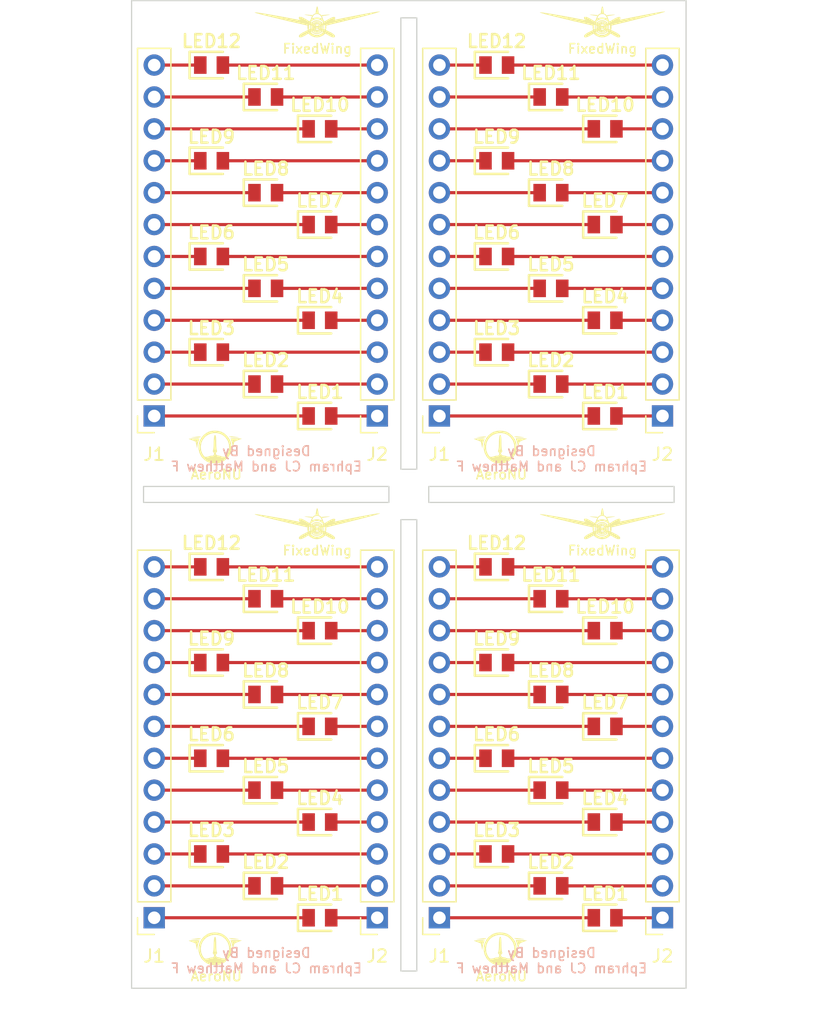
<source format=kicad_pcb>
(kicad_pcb (version 20221018) (generator pcbnew)
  (layers (0 "F.Cu" signal) (31 "B.Cu" signal) (34 "B.Paste" user) (35 "F.Paste" user) (36 "B.SilkS" user "B.Silkscreen") (37 "F.SilkS" user "F.Silkscreen") (38 "B.Mask" user) (39 "F.Mask" user) (44 "Edge.Cuts" user))
  (net 0 "")
  (net 1 "Net-(J1-Pin_1)")
  (net 2 "Net-(J1-Pin_2)")
  (net 3 "Net-(J1-Pin_3)")
  (net 4 "Net-(J1-Pin_4)")
  (net 5 "Net-(J1-Pin_5)")
  (net 6 "Net-(J1-Pin_6)")
  (net 7 "Net-(J1-Pin_7)")
  (net 8 "Net-(J1-Pin_8)")
  (net 9 "Net-(J1-Pin_9)")
  (net 10 "Net-(J1-Pin_10)")
  (net 11 "Net-(J1-Pin_11)")
  (net 12 "Net-(J1-Pin_12)")
  (net 13 "Net-(J2-Pin_1)")
  (net 14 "Net-(J2-Pin_2)")
  (net 15 "Net-(J2-Pin_3)")
  (net 16 "Net-(J2-Pin_4)")
  (net 17 "Net-(J2-Pin_5)")
  (net 18 "Net-(J2-Pin_6)")
  (net 19 "Net-(J2-Pin_7)")
  (net 20 "Net-(J2-Pin_8)")
  (net 21 "Net-(J2-Pin_9)")
  (net 22 "Net-(J2-Pin_10)")
  (net 23 "Net-(J2-Pin_11)")
  (net 24 "Net-(J2-Pin_12)")
  (footprint "FixedWing:LEDC2012X120N" (layer "F.Cu") (at 161.29 78.74)
    (fp_text reference "LED11" (at 0 -1.905) (layer "F.SilkS") (effects (font (size 1.016 1.016) (thickness 0.2032) bold)))
    (fp_text value "LTST-C170KRKT" hide)
    (pad "1" smd rect (at -0.9 0) (size 1 1.4) (layers "F.Cu" "F.Paste" "F.Mask") (net 11 "Net-(J1-Pin_11)"))
    (pad "2" smd rect (at 0.9 0) (size 1 1.4) (layers "F.Cu" "F.Paste" "F.Mask") (net 23 "Net-(J2-Pin_11)"))
  )
  (footprint "FixedWing:LEDC2012X120N" (layer "F.Cu") (at 184.023 93.98)
    (fp_text reference "LED5" (at 0 -1.905) (layer "F.SilkS") (effects (font (size 1.016 1.016) (thickness 0.2032) bold)))
    (fp_text value "LTST-C170KRKT" hide)
    (pad "1" smd rect (at -0.9 0) (size 1 1.4) (layers "F.Cu" "F.Paste" "F.Mask") (net 5 "Net-(J1-Pin_5)"))
    (pad "2" smd rect (at 0.9 0) (size 1 1.4) (layers "F.Cu" "F.Paste" "F.Mask") (net 17 "Net-(J2-Pin_5)"))
  )
  (footprint "FixedWing:LEDC2012X120N" (layer "F.Cu") (at 156.972 83.82)
    (fp_text reference "LED9" (at -0.011 -1.905) (layer "F.SilkS") (effects (font (size 1.016 1.016) (thickness 0.2032) bold)))
    (fp_text value "LTST-C170KRKT" hide)
    (pad "1" smd rect (at -0.9 0) (size 1 1.4) (layers "F.Cu" "F.Paste" "F.Mask") (net 9 "Net-(J1-Pin_9)"))
    (pad "2" smd rect (at 0.9 0) (size 1 1.4) (layers "F.Cu" "F.Paste" "F.Mask") (net 21 "Net-(J2-Pin_9)"))
  )
  (footprint "FixedWing:LEDC2012X120N" (layer "F.Cu") (at 179.705 91.44)
    (fp_text reference "LED6" (at -0.011 -1.905) (layer "F.SilkS") (effects (font (size 1.016 1.016) (thickness 0.2032) bold)))
    (fp_text value "LTST-C170KRKT" hide)
    (pad "1" smd rect (at -0.9 0) (size 1 1.4) (layers "F.Cu" "F.Paste" "F.Mask") (net 6 "Net-(J1-Pin_6)"))
    (pad "2" smd rect (at 0.9 0) (size 1 1.4) (layers "F.Cu" "F.Paste" "F.Mask") (net 18 "Net-(J2-Pin_6)"))
  )
  (footprint "Connector_PinSocket_2.54mm:PinSocket_1x12_P2.54mm_Vertical" (layer "F.Cu") (at 152.4 144.0942 180)
    (fp_text reference "J1" (at 0 -3.048) (layer "F.SilkS"))
    (fp_text value "Conn_01x12")
    (pad "1" thru_hole rect (at 0 0 180) (size 1.7 1.7) (drill 1) (layers "*.Cu" "*.Mask") (net 1 "Net-(J1-Pin_1)"))
    (pad "2" thru_hole oval (at 0 2.54 180) (size 1.7 1.7) (drill 1) (layers "*.Cu" "*.Mask") (net 2 "Net-(J1-Pin_2)"))
    (pad "3" thru_hole oval (at 0 5.08 180) (size 1.7 1.7) (drill 1) (layers "*.Cu" "*.Mask") (net 3 "Net-(J1-Pin_3)"))
    (pad "4" thru_hole oval (at 0 7.62 180) (size 1.7 1.7) (drill 1) (layers "*.Cu" "*.Mask") (net 4 "Net-(J1-Pin_4)"))
    (pad "5" thru_hole oval (at 0 10.16 180) (size 1.7 1.7) (drill 1) (layers "*.Cu" "*.Mask") (net 5 "Net-(J1-Pin_5)"))
    (pad "6" thru_hole oval (at 0 12.7 180) (size 1.7 1.7) (drill 1) (layers "*.Cu" "*.Mask") (net 6 "Net-(J1-Pin_6)"))
    (pad "7" thru_hole oval (at 0 15.24 180) (size 1.7 1.7) (drill 1) (layers "*.Cu" "*.Mask") (net 7 "Net-(J1-Pin_7)"))
    (pad "8" thru_hole oval (at 0 17.78 180) (size 1.7 1.7) (drill 1) (layers "*.Cu" "*.Mask") (net 8 "Net-(J1-Pin_8)"))
    (pad "9" thru_hole oval (at 0 20.32 180) (size 1.7 1.7) (drill 1) (layers "*.Cu" "*.Mask") (net 9 "Net-(J1-Pin_9)"))
    (pad "10" thru_hole oval (at 0 22.86 180) (size 1.7 1.7) (drill 1) (layers "*.Cu" "*.Mask") (net 10 "Net-(J1-Pin_10)"))
    (pad "11" thru_hole oval (at 0 25.4 180) (size 1.7 1.7) (drill 1) (layers "*.Cu" "*.Mask") (net 11 "Net-(J1-Pin_11)"))
    (pad "12" thru_hole oval (at 0 27.94 180) (size 1.7 1.7) (drill 1) (layers "*.Cu" "*.Mask") (net 12 "Net-(J1-Pin_12)"))
  )
  (footprint "FixedWing:LEDC2012X120N" (layer "F.Cu") (at 161.29 133.9342)
    (fp_text reference "LED5" (at 0 -1.905) (layer "F.SilkS") (effects (font (size 1.016 1.016) (thickness 0.2032) bold)))
    (fp_text value "LTST-C170KRKT" hide)
    (pad "1" smd rect (at -0.9 0) (size 1 1.4) (layers "F.Cu" "F.Paste" "F.Mask") (net 5 "Net-(J1-Pin_5)"))
    (pad "2" smd rect (at 0.9 0) (size 1 1.4) (layers "F.Cu" "F.Paste" "F.Mask") (net 17 "Net-(J2-Pin_5)"))
  )
  (footprint "FixedWing:LEDC2012X120N" (layer "F.Cu") (at 184.023 133.9342)
    (fp_text reference "LED5" (at 0 -1.905) (layer "F.SilkS") (effects (font (size 1.016 1.016) (thickness 0.2032) bold)))
    (fp_text value "LTST-C170KRKT" hide)
    (pad "1" smd rect (at -0.9 0) (size 1 1.4) (layers "F.Cu" "F.Paste" "F.Mask") (net 5 "Net-(J1-Pin_5)"))
    (pad "2" smd rect (at 0.9 0) (size 1 1.4) (layers "F.Cu" "F.Paste" "F.Mask") (net 17 "Net-(J2-Pin_5)"))
  )
  (footprint "FixedWing:AeroNU - Logo (Smol)" (layer "F.Cu") (at 157.380649 149.331588)
    (fp_text reference "AeroNU" hide)
    (fp_text value "LOGO" hide)
  )
  (footprint "FixedWing:LEDC2012X120N" (layer "F.Cu") (at 188.341 136.4742)
    (fp_text reference "LED4" (at 0 -1.905) (layer "F.SilkS") (effects (font (size 1.016 1.016) (thickness 0.2032) bold)))
    (fp_text value "LTST-C170KRKT" hide)
    (pad "1" smd rect (at -0.9 0) (size 1 1.4) (layers "F.Cu" "F.Paste" "F.Mask") (net 4 "Net-(J1-Pin_4)"))
    (pad "2" smd rect (at 0.9 0) (size 1 1.4) (layers "F.Cu" "F.Paste" "F.Mask") (net 16 "Net-(J2-Pin_4)"))
  )
  (footprint "FixedWing:LEDC2012X120N" (layer "F.Cu") (at 161.29 141.5542)
    (fp_text reference "LED2" (at 0 -1.905) (layer "F.SilkS") (effects (font (size 1.016 1.016) (thickness 0.2032) bold)))
    (fp_text value "LTST-C170KRKT" hide)
    (pad "1" smd rect (at -0.9 0) (size 1 1.4) (layers "F.Cu" "F.Paste" "F.Mask") (net 2 "Net-(J1-Pin_2)"))
    (pad "2" smd rect (at 0.9 0) (size 1 1.4) (layers "F.Cu" "F.Paste" "F.Mask") (net 14 "Net-(J2-Pin_2)"))
  )
  (footprint "FixedWing:LEDC2012X120N" (layer "F.Cu") (at 165.608 88.9)
    (fp_text reference "LED7" (at 0 -1.905) (layer "F.SilkS") (effects (font (size 1.016 1.016) (thickness 0.2032) bold)))
    (fp_text value "LTST-C170KRKT" hide)
    (pad "1" smd rect (at -0.9 0) (size 1 1.4) (layers "F.Cu" "F.Paste" "F.Mask") (net 7 "Net-(J1-Pin_7)"))
    (pad "2" smd rect (at 0.9 0) (size 1 1.4) (layers "F.Cu" "F.Paste" "F.Mask") (net 19 "Net-(J2-Pin_7)"))
  )
  (footprint "FixedWing:LEDC2012X120N" (layer "F.Cu") (at 165.608 121.2342)
    (fp_text reference "LED10" (at 0 -1.905) (layer "F.SilkS") (effects (font (size 1.016 1.016) (thickness 0.2032) bold)))
    (fp_text value "LTST-C170KRKT" hide)
    (pad "1" smd rect (at -0.9 0) (size 1 1.4) (layers "F.Cu" "F.Paste" "F.Mask") (net 10 "Net-(J1-Pin_10)"))
    (pad "2" smd rect (at 0.9 0) (size 1 1.4) (layers "F.Cu" "F.Paste" "F.Mask") (net 22 "Net-(J2-Pin_10)"))
  )
  (footprint "FixedWing:LEDC2012X120N" (layer "F.Cu") (at 188.341 81.28)
    (fp_text reference "LED10" (at 0 -1.905) (layer "F.SilkS") (effects (font (size 1.016 1.016) (thickness 0.2032) bold)))
    (fp_text value "LTST-C170KRKT" hide)
    (pad "1" smd rect (at -0.9 0) (size 1 1.4) (layers "F.Cu" "F.Paste" "F.Mask") (net 10 "Net-(J1-Pin_10)"))
    (pad "2" smd rect (at 0.9 0) (size 1 1.4) (layers "F.Cu" "F.Paste" "F.Mask") (net 22 "Net-(J2-Pin_10)"))
  )
  (footprint "FixedWing:FixedWing - Logo (Smol)" (layer "F.Cu") (at 165.3921 73.1774)
    (fp_text reference "FixedWing" (at 0.004963 1.722249) (layer "F.SilkS") (effects (font (size 0.75 0.75) (thickness 0.125))))
    (fp_text value "LOGO" hide)
  )
  (footprint "FixedWing:AeroNU - Logo (Smol)" (layer "F.Cu") (at 157.380649 109.377388)
    (fp_text reference "AeroNU" hide)
    (fp_text value "LOGO" hide)
  )
  (footprint "Connector_PinSocket_2.54mm:PinSocket_1x12_P2.54mm_Vertical" (layer "F.Cu") (at 192.913 104.14 180)
    (fp_text reference "J2" (at 0 -3.048) (layer "F.SilkS"))
    (fp_text value "Conn_01x12")
    (pad "1" thru_hole rect (at 0 0 180) (size 1.7 1.7) (drill 1) (layers "*.Cu" "*.Mask") (net 13 "Net-(J2-Pin_1)"))
    (pad "2" thru_hole oval (at 0 2.54 180) (size 1.7 1.7) (drill 1) (layers "*.Cu" "*.Mask") (net 14 "Net-(J2-Pin_2)"))
    (pad "3" thru_hole oval (at 0 5.08 180) (size 1.7 1.7) (drill 1) (layers "*.Cu" "*.Mask") (net 15 "Net-(J2-Pin_3)"))
    (pad "4" thru_hole oval (at 0 7.62 180) (size 1.7 1.7) (drill 1) (layers "*.Cu" "*.Mask") (net 16 "Net-(J2-Pin_4)"))
    (pad "5" thru_hole oval (at 0 10.16 180) (size 1.7 1.7) (drill 1) (layers "*.Cu" "*.Mask") (net 17 "Net-(J2-Pin_5)"))
    (pad "6" thru_hole oval (at 0 12.7 180) (size 1.7 1.7) (drill 1) (layers "*.Cu" "*.Mask") (net 18 "Net-(J2-Pin_6)"))
    (pad "7" thru_hole oval (at 0 15.24 180) (size 1.7 1.7) (drill 1) (layers "*.Cu" "*.Mask") (net 19 "Net-(J2-Pin_7)"))
    (pad "8" thru_hole oval (at 0 17.78 180) (size 1.7 1.7) (drill 1) (layers "*.Cu" "*.Mask") (net 20 "Net-(J2-Pin_8)"))
    (pad "9" thru_hole oval (at 0 20.32 180) (size 1.7 1.7) (drill 1) (layers "*.Cu" "*.Mask") (net 21 "Net-(J2-Pin_9)"))
    (pad "10" thru_hole oval (at 0 22.86 180) (size 1.7 1.7) (drill 1) (layers "*.Cu" "*.Mask") (net 22 "Net-(J2-Pin_10)"))
    (pad "11" thru_hole oval (at 0 25.4 180) (size 1.7 1.7) (drill 1) (layers "*.Cu" "*.Mask") (net 23 "Net-(J2-Pin_11)"))
    (pad "12" thru_hole oval (at 0 27.94 180) (size 1.7 1.7) (drill 1) (layers "*.Cu" "*.Mask") (net 24 "Net-(J2-Pin_12)"))
  )
  (footprint "FixedWing:LEDC2012X120N" (layer "F.Cu") (at 156.972 76.2)
    (fp_text reference "LED12" (at -0.011 -1.905) (layer "F.SilkS") (effects (font (size 1.016 1.016) (thickness 0.2032) bold)))
    (fp_text value "LTST-C170KRKT" hide)
    (pad "1" smd rect (at -0.9 0) (size 1 1.4) (layers "F.Cu" "F.Paste" "F.Mask") (net 12 "Net-(J1-Pin_12)"))
    (pad "2" smd rect (at 0.9 0) (size 1 1.4) (layers "F.Cu" "F.Paste" "F.Mask") (net 24 "Net-(J2-Pin_12)"))
  )
  (footprint "FixedWing:LEDC2012X120N" (layer "F.Cu") (at 165.608 104.14)
    (fp_text reference "LED1" (at 0 -1.905) (layer "F.SilkS") (effects (font (size 1.016 1.016) (thickness 0.2032) bold)))
    (fp_text value "LTST-C170KRKT" hide)
    (pad "1" smd rect (at -0.9 0) (size 1 1.4) (layers "F.Cu" "F.Paste" "F.Mask") (net 1 "Net-(J1-Pin_1)"))
    (pad "2" smd rect (at 0.9 0) (size 1 1.4) (layers "F.Cu" "F.Paste" "F.Mask") (net 13 "Net-(J2-Pin_1)"))
  )
  (footprint "FixedWing:LEDC2012X120N" (layer "F.Cu") (at 179.705 139.0142)
    (fp_text reference "LED3" (at -0.011 -1.905) (layer "F.SilkS") (effects (font (size 1.016 1.016) (thickness 0.2032) bold)))
    (fp_text value "LTST-C170KRKT" hide)
    (pad "1" smd rect (at -0.9 0) (size 1 1.4) (layers "F.Cu" "F.Paste" "F.Mask") (net 3 "Net-(J1-Pin_3)"))
    (pad "2" smd rect (at 0.9 0) (size 1 1.4) (layers "F.Cu" "F.Paste" "F.Mask") (net 15 "Net-(J2-Pin_3)"))
  )
  (footprint "FixedWing:LEDC2012X120N" (layer "F.Cu") (at 179.705 99.06)
    (fp_text reference "LED3" (at -0.011 -1.905) (layer "F.SilkS") (effects (font (size 1.016 1.016) (thickness 0.2032) bold)))
    (fp_text value "LTST-C170KRKT" hide)
    (pad "1" smd rect (at -0.9 0) (size 1 1.4) (layers "F.Cu" "F.Paste" "F.Mask") (net 3 "Net-(J1-Pin_3)"))
    (pad "2" smd rect (at 0.9 0) (size 1 1.4) (layers "F.Cu" "F.Paste" "F.Mask") (net 15 "Net-(J2-Pin_3)"))
  )
  (footprint "FixedWing:LEDC2012X120N" (layer "F.Cu") (at 184.023 126.3142)
    (fp_text reference "LED8" (at 0 -1.905) (layer "F.SilkS") (effects (font (size 1.016 1.016) (thickness 0.2032) bold)))
    (fp_text value "LTST-C170KRKT" hide)
    (pad "1" smd rect (at -0.9 0) (size 1 1.4) (layers "F.Cu" "F.Paste" "F.Mask") (net 8 "Net-(J1-Pin_8)"))
    (pad "2" smd rect (at 0.9 0) (size 1 1.4) (layers "F.Cu" "F.Paste" "F.Mask") (net 20 "Net-(J2-Pin_8)"))
  )
  (footprint "FixedWing:LEDC2012X120N" (layer "F.Cu") (at 179.705 131.3942)
    (fp_text reference "LED6" (at -0.011 -1.905) (layer "F.SilkS") (effects (font (size 1.016 1.016) (thickness 0.2032) bold)))
    (fp_text value "LTST-C170KRKT" hide)
    (pad "1" smd rect (at -0.9 0) (size 1 1.4) (layers "F.Cu" "F.Paste" "F.Mask") (net 6 "Net-(J1-Pin_6)"))
    (pad "2" smd rect (at 0.9 0) (size 1 1.4) (layers "F.Cu" "F.Paste" "F.Mask") (net 18 "Net-(J2-Pin_6)"))
  )
  (footprint "FixedWing:LEDC2012X120N" (layer "F.Cu") (at 179.705 123.7742)
    (fp_text reference "LED9" (at -0.011 -1.905) (layer "F.SilkS") (effects (font (size 1.016 1.016) (thickness 0.2032) bold)))
    (fp_text value "LTST-C170KRKT" hide)
    (pad "1" smd rect (at -0.9 0) (size 1 1.4) (layers "F.Cu" "F.Paste" "F.Mask") (net 9 "Net-(J1-Pin_9)"))
    (pad "2" smd rect (at 0.9 0) (size 1 1.4) (layers "F.Cu" "F.Paste" "F.Mask") (net 21 "Net-(J2-Pin_9)"))
  )
  (footprint "FixedWing:LEDC2012X120N" (layer "F.Cu") (at 165.608 144.0942)
    (fp_text reference "LED1" (at 0 -1.905) (layer "F.SilkS") (effects (font (size 1.016 1.016) (thickness 0.2032) bold)))
    (fp_text value "LTST-C170KRKT" hide)
    (pad "1" smd rect (at -0.9 0) (size 1 1.4) (layers "F.Cu" "F.Paste" "F.Mask") (net 1 "Net-(J1-Pin_1)"))
    (pad "2" smd rect (at 0.9 0) (size 1 1.4) (layers "F.Cu" "F.Paste" "F.Mask") (net 13 "Net-(J2-Pin_1)"))
  )
  (footprint "FixedWing:LEDC2012X120N" (layer "F.Cu") (at 188.341 144.0942)
    (fp_text reference "LED1" (at 0 -1.905) (layer "F.SilkS") (effects (font (size 1.016 1.016) (thickness 0.2032) bold)))
    (fp_text value "LTST-C170KRKT" hide)
    (pad "1" smd rect (at -0.9 0) (size 1 1.4) (layers "F.Cu" "F.Paste" "F.Mask") (net 1 "Net-(J1-Pin_1)"))
    (pad "2" smd rect (at 0.9 0) (size 1 1.4) (layers "F.Cu" "F.Paste" "F.Mask") (net 13 "Net-(J2-Pin_1)"))
  )
  (footprint "FixedWing:LEDC2012X120N" (layer "F.Cu") (at 184.023 86.36)
    (fp_text reference "LED8" (at 0 -1.905) (layer "F.SilkS") (effects (font (size 1.016 1.016) (thickness 0.2032) bold)))
    (fp_text value "LTST-C170KRKT" hide)
    (pad "1" smd rect (at -0.9 0) (size 1 1.4) (layers "F.Cu" "F.Paste" "F.Mask") (net 8 "Net-(J1-Pin_8)"))
    (pad "2" smd rect (at 0.9 0) (size 1 1.4) (layers "F.Cu" "F.Paste" "F.Mask") (net 20 "Net-(J2-Pin_8)"))
  )
  (footprint "FixedWing:LEDC2012X120N" (layer "F.Cu") (at 188.341 96.52)
    (fp_text reference "LED4" (at 0 -1.905) (layer "F.SilkS") (effects (font (size 1.016 1.016) (thickness 0.2032) bold)))
    (fp_text value "LTST-C170KRKT" hide)
    (pad "1" smd rect (at -0.9 0) (size 1 1.4) (layers "F.Cu" "F.Paste" "F.Mask") (net 4 "Net-(J1-Pin_4)"))
    (pad "2" smd rect (at 0.9 0) (size 1 1.4) (layers "F.Cu" "F.Paste" "F.Mask") (net 16 "Net-(J2-Pin_4)"))
  )
  (footprint "FixedWing:LEDC2012X120N" (layer "F.Cu") (at 156.972 123.7742)
    (fp_text reference "LED9" (at -0.011 -1.905) (layer "F.SilkS") (effects (font (size 1.016 1.016) (thickness 0.2032) bold)))
    (fp_text value "LTST-C170KRKT" hide)
    (pad "1" smd rect (at -0.9 0) (size 1 1.4) (layers "F.Cu" "F.Paste" "F.Mask") (net 9 "Net-(J1-Pin_9)"))
    (pad "2" smd rect (at 0.9 0) (size 1 1.4) (layers "F.Cu" "F.Paste" "F.Mask") (net 21 "Net-(J2-Pin_9)"))
  )
  (footprint "FixedWing:LEDC2012X120N" (layer "F.Cu") (at 165.608 128.8542)
    (fp_text reference "LED7" (at 0 -1.905) (layer "F.SilkS") (effects (font (size 1.016 1.016) (thickness 0.2032) bold)))
    (fp_text value "LTST-C170KRKT" hide)
    (pad "1" smd rect (at -0.9 0) (size 1 1.4) (layers "F.Cu" "F.Paste" "F.Mask") (net 7 "Net-(J1-Pin_7)"))
    (pad "2" smd rect (at 0.9 0) (size 1 1.4) (layers "F.Cu" "F.Paste" "F.Mask") (net 19 "Net-(J2-Pin_7)"))
  )
  (footprint "FixedWing:AeroNU - Logo (Smol)" (layer "F.Cu") (at 180.113649 149.331588)
    (fp_text reference "AeroNU" hide)
    (fp_text value "LOGO" hide)
  )
  (footprint "FixedWing:LEDC2012X120N" (layer "F.Cu") (at 184.023 101.6)
    (fp_text reference "LED2" (at 0 -1.905) (layer "F.SilkS") (effects (font (size 1.016 1.016) (thickness 0.2032) bold)))
    (fp_text value "LTST-C170KRKT" hide)
    (pad "1" smd rect (at -0.9 0) (size 1 1.4) (layers "F.Cu" "F.Paste" "F.Mask") (net 2 "Net-(J1-Pin_2)"))
    (pad "2" smd rect (at 0.9 0) (size 1 1.4) (layers "F.Cu" "F.Paste" "F.Mask") (net 14 "Net-(J2-Pin_2)"))
  )
  (footprint "FixedWing:LEDC2012X120N" (layer "F.Cu") (at 179.705 83.82)
    (fp_text reference "LED9" (at -0.011 -1.905) (layer "F.SilkS") (effects (font (size 1.016 1.016) (thickness 0.2032) bold)))
    (fp_text value "LTST-C170KRKT" hide)
    (pad "1" smd rect (at -0.9 0) (size 1 1.4) (layers "F.Cu" "F.Paste" "F.Mask") (net 9 "Net-(J1-Pin_9)"))
    (pad "2" smd rect (at 0.9 0) (size 1 1.4) (layers "F.Cu" "F.Paste" "F.Mask") (net 21 "Net-(J2-Pin_9)"))
  )
  (footprint "FixedWing:LEDC2012X120N" (layer "F.Cu") (at 161.29 118.6942)
    (fp_text reference "LED11" (at 0 -1.905) (layer "F.SilkS") (effects (font (size 1.016 1.016) (thickness 0.2032) bold)))
    (fp_text value "LTST-C170KRKT" hide)
    (pad "1" smd rect (at -0.9 0) (size 1 1.4) (layers "F.Cu" "F.Paste" "F.Mask") (net 11 "Net-(J1-Pin_11)"))
    (pad "2" smd rect (at 0.9 0) (size 1 1.4) (layers "F.Cu" "F.Paste" "F.Mask") (net 23 "Net-(J2-Pin_11)"))
  )
  (footprint "Connector_PinSocket_2.54mm:PinSocket_1x12_P2.54mm_Vertical" (layer "F.Cu") (at 175.133 104.14 180)
    (fp_text reference "J1" (at 0 -3.048) (layer "F.SilkS"))
    (fp_text value "Conn_01x12")
    (pad "1" thru_hole rect (at 0 0 180) (size 1.7 1.7) (drill 1) (layers "*.Cu" "*.Mask") (net 1 "Net-(J1-Pin_1)"))
    (pad "2" thru_hole oval (at 0 2.54 180) (size 1.7 1.7) (drill 1) (layers "*.Cu" "*.Mask") (net 2 "Net-(J1-Pin_2)"))
    (pad "3" thru_hole oval (at 0 5.08 180) (size 1.7 1.7) (drill 1) (layers "*.Cu" "*.Mask") (net 3 "Net-(J1-Pin_3)"))
    (pad "4" thru_hole oval (at 0 7.62 180) (size 1.7 1.7) (drill 1) (layers "*.Cu" "*.Mask") (net 4 "Net-(J1-Pin_4)"))
    (pad "5" thru_hole oval (at 0 10.16 180) (size 1.7 1.7) (drill 1) (layers "*.Cu" "*.Mask") (net 5 "Net-(J1-Pin_5)"))
    (pad "6" thru_hole oval (at 0 12.7 180) (size 1.7 1.7) (drill 1) (layers "*.Cu" "*.Mask") (net 6 "Net-(J1-Pin_6)"))
    (pad "7" thru_hole oval (at 0 15.24 180) (size 1.7 1.7) (drill 1) (layers "*.Cu" "*.Mask") (net 7 "Net-(J1-Pin_7)"))
    (pad "8" thru_hole oval (at 0 17.78 180) (size 1.7 1.7) (drill 1) (layers "*.Cu" "*.Mask") (net 8 "Net-(J1-Pin_8)"))
    (pad "9" thru_hole oval (at 0 20.32 180) (size 1.7 1.7) (drill 1) (layers "*.Cu" "*.Mask") (net 9 "Net-(J1-Pin_9)"))
    (pad "10" thru_hole oval (at 0 22.86 180) (size 1.7 1.7) (drill 1) (layers "*.Cu" "*.Mask") (net 10 "Net-(J1-Pin_10)"))
    (pad "11" thru_hole oval (at 0 25.4 180) (size 1.7 1.7) (drill 1) (layers "*.Cu" "*.Mask") (net 11 "Net-(J1-Pin_11)"))
    (pad "12" thru_hole oval (at 0 27.94 180) (size 1.7 1.7) (drill 1) (layers "*.Cu" "*.Mask") (net 12 "Net-(J1-Pin_12)"))
  )
  (footprint "FixedWing:LEDC2012X120N" (layer "F.Cu") (at 161.29 86.36)
    (fp_text reference "LED8" (at 0 -1.905) (layer "F.SilkS") (effects (font (size 1.016 1.016) (thickness 0.2032) bold)))
    (fp_text value "LTST-C170KRKT" hide)
    (pad "1" smd rect (at -0.9 0) (size 1 1.4) (layers "F.Cu" "F.Paste" "F.Mask") (net 8 "Net-(J1-Pin_8)"))
    (pad "2" smd rect (at 0.9 0) (size 1 1.4) (layers "F.Cu" "F.Paste" "F.Mask") (net 20 "Net-(J2-Pin_8)"))
  )
  (footprint "FixedWing:FixedWing - Logo (Smol)" (layer "F.Cu") (at 188.1251 73.1774)
    (fp_text reference "FixedWing" (at 0.004963 1.722249) (layer "F.SilkS") (effects (font (size 0.75 0.75) (thickness 0.125))))
    (fp_text value "LOGO" hide)
  )
  (footprint "FixedWing:FixedWing - Logo (Smol)" (layer "F.Cu") (at 165.3921 113.1316)
    (fp_text reference "FixedWing" (at 0.004963 1.722249) (layer "F.SilkS") (effects (font (size 0.75 0.75) (thickness 0.125))))
    (fp_text value "LOGO" hide)
  )
  (footprint "FixedWing:LEDC2012X120N" (layer "F.Cu") (at 156.972 131.3942)
    (fp_text reference "LED6" (at -0.011 -1.905) (layer "F.SilkS") (effects (font (size 1.016 1.016) (thickness 0.2032) bold)))
    (fp_text value "LTST-C170KRKT" hide)
    (pad "1" smd rect (at -0.9 0) (size 1 1.4) (layers "F.Cu" "F.Paste" "F.Mask") (net 6 "Net-(J1-Pin_6)"))
    (pad "2" smd rect (at 0.9 0) (size 1 1.4) (layers "F.Cu" "F.Paste" "F.Mask") (net 18 "Net-(J2-Pin_6)"))
  )
  (footprint "FixedWing:FixedWing - Logo (Smol)" (layer "F.Cu") (at 188.1251 113.1316)
    (fp_text reference "FixedWing" (at 0.004963 1.722249) (layer "F.SilkS") (effects (font (size 0.75 0.75) (thickness 0.125))))
    (fp_text value "LOGO" hide)
  )
  (footprint "FixedWing:LEDC2012X120N" (layer "F.Cu") (at 156.972 116.1542)
    (fp_text reference "LED12" (at -0.011 -1.905) (layer "F.SilkS") (effects (font (size 1.016 1.016) (thickness 0.2032) bold)))
    (fp_text value "LTST-C170KRKT" hide)
    (pad "1" smd rect (at -0.9 0) (size 1 1.4) (layers "F.Cu" "F.Paste" "F.Mask") (net 12 "Net-(J1-Pin_12)"))
    (pad "2" smd rect (at 0.9 0) (size 1 1.4) (layers "F.Cu" "F.Paste" "F.Mask") (net 24 "Net-(J2-Pin_12)"))
  )
  (footprint "FixedWing:LEDC2012X120N" (layer "F.Cu") (at 184.023 141.5542)
    (fp_text reference "LED2" (at 0 -1.905) (layer "F.SilkS") (effects (font (size 1.016 1.016) (thickness 0.2032) bold)))
    (fp_text value "LTST-C170KRKT" hide)
    (pad "1" smd rect (at -0.9 0) (size 1 1.4) (layers "F.Cu" "F.Paste" "F.Mask") (net 2 "Net-(J1-Pin_2)"))
    (pad "2" smd rect (at 0.9 0) (size 1 1.4) (layers "F.Cu" "F.Paste" "F.Mask") (net 14 "Net-(J2-Pin_2)"))
  )
  (footprint "FixedWing:LEDC2012X120N" (layer "F.Cu") (at 179.705 76.2)
    (fp_text reference "LED12" (at -0.011 -1.905) (layer "F.SilkS") (effects (font (size 1.016 1.016) (thickness 0.2032) bold)))
    (fp_text value "LTST-C170KRKT" hide)
    (pad "1" smd rect (at -0.9 0) (size 1 1.4) (layers "F.Cu" "F.Paste" "F.Mask") (net 12 "Net-(J1-Pin_12)"))
    (pad "2" smd rect (at 0.9 0) (size 1 1.4) (layers "F.Cu" "F.Paste" "F.Mask") (net 24 "Net-(J2-Pin_12)"))
  )
  (footprint "FixedWing:LEDC2012X120N" (layer "F.Cu") (at 161.29 93.98)
    (fp_text reference "LED5" (at 0 -1.905) (layer "F.SilkS") (effects (font (size 1.016 1.016) (thickness 0.2032) bold)))
    (fp_text value "LTST-C170KRKT" hide)
    (pad "1" smd rect (at -0.9 0) (size 1 1.4) (layers "F.Cu" "F.Paste" "F.Mask") (net 5 "Net-(J1-Pin_5)"))
    (pad "2" smd rect (at 0.9 0) (size 1 1.4) (layers "F.Cu" "F.Paste" "F.Mask") (net 17 "Net-(J2-Pin_5)"))
  )
  (footprint "FixedWing:LEDC2012X120N" (layer "F.Cu") (at 165.608 81.28)
    (fp_text reference "LED10" (at 0 -1.905) (layer "F.SilkS") (effects (font (size 1.016 1.016) (thickness 0.2032) bold)))
    (fp_text value "LTST-C170KRKT" hide)
    (pad "1" smd rect (at -0.9 0) (size 1 1.4) (layers "F.Cu" "F.Paste" "F.Mask") (net 10 "Net-(J1-Pin_10)"))
    (pad "2" smd rect (at 0.9 0) (size 1 1.4) (layers "F.Cu" "F.Paste" "F.Mask") (net 22 "Net-(J2-Pin_10)"))
  )
  (footprint "FixedWing:LEDC2012X120N" (layer "F.Cu") (at 184.023 118.6942)
    (fp_text reference "LED11" (at 0 -1.905) (layer "F.SilkS") (effects (font (size 1.016 1.016) (thickness 0.2032) bold)))
    (fp_text value "LTST-C170KRKT" hide)
    (pad "1" smd rect (at -0.9 0) (size 1 1.4) (layers "F.Cu" "F.Paste" "F.Mask") (net 11 "Net-(J1-Pin_11)"))
    (pad "2" smd rect (at 0.9 0) (size 1 1.4) (layers "F.Cu" "F.Paste" "F.Mask") (net 23 "Net-(J2-Pin_11)"))
  )
  (footprint "FixedWing:LEDC2012X120N" (layer "F.Cu") (at 179.705 116.1542)
    (fp_text reference "LED12" (at -0.011 -1.905) (layer "F.SilkS") (effects (font (size 1.016 1.016) (thickness 0.2032) bold)))
    (fp_text value "LTST-C170KRKT" hide)
    (pad "1" smd rect (at -0.9 0) (size 1 1.4) (layers "F.Cu" "F.Paste" "F.Mask") (net 12 "Net-(J1-Pin_12)"))
    (pad "2" smd rect (at 0.9 0) (size 1 1.4) (layers "F.Cu" "F.Paste" "F.Mask") (net 24 "Net-(J2-Pin_12)"))
  )
  (footprint "FixedWing:AeroNU - Logo (Smol)" (layer "F.Cu") (at 180.113649 109.377388)
    (fp_text reference "AeroNU" hide)
    (fp_text value "LOGO" hide)
  )
  (footprint "FixedWing:LEDC2012X120N" (layer "F.Cu") (at 165.608 136.4742)
    (fp_text reference "LED4" (at 0 -1.905) (layer "F.SilkS") (effects (font (size 1.016 1.016) (thickness 0.2032) bold)))
    (fp_text value "LTST-C170KRKT" hide)
    (pad "1" smd rect (at -0.9 0) (size 1 1.4) (layers "F.Cu" "F.Paste" "F.Mask") (net 4 "Net-(J1-Pin_4)"))
    (pad "2" smd rect (at 0.9 0) (size 1 1.4) (layers "F.Cu" "F.Paste" "F.Mask") (net 16 "Net-(J2-Pin_4)"))
  )
  (footprint "Connector_PinSocket_2.54mm:PinSocket_1x12_P2.54mm_Vertical" (layer "F.Cu") (at 192.913 144.0942 180)
    (fp_text reference "J2" (at 0 -3.048) (layer "F.SilkS"))
    (fp_text value "Conn_01x12")
    (pad "1" thru_hole rect (at 0 0 180) (size 1.7 1.7) (drill 1) (layers "*.Cu" "*.Mask") (net 13 "Net-(J2-Pin_1)"))
    (pad "2" thru_hole oval (at 0 2.54 180) (size 1.7 1.7) (drill 1) (layers "*.Cu" "*.Mask") (net 14 "Net-(J2-Pin_2)"))
    (pad "3" thru_hole oval (at 0 5.08 180) (size 1.7 1.7) (drill 1) (layers "*.Cu" "*.Mask") (net 15 "Net-(J2-Pin_3)"))
    (pad "4" thru_hole oval (at 0 7.62 180) (size 1.7 1.7) (drill 1) (layers "*.Cu" "*.Mask") (net 16 "Net-(J2-Pin_4)"))
    (pad "5" thru_hole oval (at 0 10.16 180) (size 1.7 1.7) (drill 1) (layers "*.Cu" "*.Mask") (net 17 "Net-(J2-Pin_5)"))
    (pad "6" thru_hole oval (at 0 12.7 180) (size 1.7 1.7) (drill 1) (layers "*.Cu" "*.Mask") (net 18 "Net-(J2-Pin_6)"))
    (pad "7" thru_hole oval (at 0 15.24 180) (size 1.7 1.7) (drill 1) (layers "*.Cu" "*.Mask") (net 19 "Net-(J2-Pin_7)"))
    (pad "8" thru_hole oval (at 0 17.78 180) (size 1.7 1.7) (drill 1) (layers "*.Cu" "*.Mask") (net 20 "Net-(J2-Pin_8)"))
    (pad "9" thru_hole oval (at 0 20.32 180) (size 1.7 1.7) (drill 1) (layers "*.Cu" "*.Mask") (net 21 "Net-(J2-Pin_9)"))
    (pad "10" thru_hole oval (at 0 22.86 180) (size 1.7 1.7) (drill 1) (layers "*.Cu" "*.Mask") (net 22 "Net-(J2-Pin_10)"))
    (pad "11" thru_hole oval (at 0 25.4 180) (size 1.7 1.7) (drill 1) (layers "*.Cu" "*.Mask") (net 23 "Net-(J2-Pin_11)"))
    (pad "12" thru_hole oval (at 0 27.94 180) (size 1.7 1.7) (drill 1) (layers "*.Cu" "*.Mask") (net 24 "Net-(J2-Pin_12)"))
  )
  (footprint "Connector_PinSocket_2.54mm:PinSocket_1x12_P2.54mm_Vertical" (layer "F.Cu") (at 175.133 144.0942 180)
    (fp_text reference "J1" (at 0 -3.048) (layer "F.SilkS"))
    (fp_text value "Conn_01x12")
    (pad "1" thru_hole rect (at 0 0 180) (size 1.7 1.7) (drill 1) (layers "*.Cu" "*.Mask") (net 1 "Net-(J1-Pin_1)"))
    (pad "2" thru_hole oval (at 0 2.54 180) (size 1.7 1.7) (drill 1) (layers "*.Cu" "*.Mask") (net 2 "Net-(J1-Pin_2)"))
    (pad "3" thru_hole oval (at 0 5.08 180) (size 1.7 1.7) (drill 1) (layers "*.Cu" "*.Mask") (net 3 "Net-(J1-Pin_3)"))
    (pad "4" thru_hole oval (at 0 7.62 180) (size 1.7 1.7) (drill 1) (layers "*.Cu" "*.Mask") (net 4 "Net-(J1-Pin_4)"))
    (pad "5" thru_hole oval (at 0 10.16 180) (size 1.7 1.7) (drill 1) (layers "*.Cu" "*.Mask") (net 5 "Net-(J1-Pin_5)"))
    (pad "6" thru_hole oval (at 0 12.7 180) (size 1.7 1.7) (drill 1) (layers "*.Cu" "*.Mask") (net 6 "Net-(J1-Pin_6)"))
    (pad "7" thru_hole oval (at 0 15.24 180) (size 1.7 1.7) (drill 1) (layers "*.Cu" "*.Mask") (net 7 "Net-(J1-Pin_7)"))
    (pad "8" thru_hole oval (at 0 17.78 180) (size 1.7 1.7) (drill 1) (layers "*.Cu" "*.Mask") (net 8 "Net-(J1-Pin_8)"))
    (pad "9" thru_hole oval (at 0 20.32 180) (size 1.7 1.7) (drill 1) (layers "*.Cu" "*.Mask") (net 9 "Net-(J1-Pin_9)"))
    (pad "10" thru_hole oval (at 0 22.86 180) (size 1.7 1.7) (drill 1) (layers "*.Cu" "*.Mask") (net 10 "Net-(J1-Pin_10)"))
    (pad "11" thru_hole oval (at 0 25.4 180) (size 1.7 1.7) (drill 1) (layers "*.Cu" "*.Mask") (net 11 "Net-(J1-Pin_11)"))
    (pad "12" thru_hole oval (at 0 27.94 180) (size 1.7 1.7) (drill 1) (layers "*.Cu" "*.Mask") (net 12 "Net-(J1-Pin_12)"))
  )
  (footprint "FixedWing:LEDC2012X120N" (layer "F.Cu") (at 161.29 126.3142)
    (fp_text reference "LED8" (at 0 -1.905) (layer "F.SilkS") (effects (font (size 1.016 1.016) (thickness 0.2032) bold)))
    (fp_text value "LTST-C170KRKT" hide)
    (pad "1" smd rect (at -0.9 0) (size 1 1.4) (layers "F.Cu" "F.Paste" "F.Mask") (net 8 "Net-(J1-Pin_8)"))
    (pad "2" smd rect (at 0.9 0) (size 1 1.4) (layers "F.Cu" "F.Paste" "F.Mask") (net 20 "Net-(J2-Pin_8)"))
  )
  (footprint "FixedWing:LEDC2012X120N" (layer "F.Cu") (at 188.341 88.9)
    (fp_text reference "LED7" (at 0 -1.905) (layer "F.SilkS") (effects (font (size 1.016 1.016) (thickness 0.2032) bold)))
    (fp_text value "LTST-C170KRKT" hide)
    (pad "1" smd rect (at -0.9 0) (size 1 1.4) (layers "F.Cu" "F.Paste" "F.Mask") (net 7 "Net-(J1-Pin_7)"))
    (pad "2" smd rect (at 0.9 0) (size 1 1.4) (layers "F.Cu" "F.Paste" "F.Mask") (net 19 "Net-(J2-Pin_7)"))
  )
  (footprint "FixedWing:LEDC2012X120N" (layer "F.Cu") (at 165.608 96.52)
    (fp_text reference "LED4" (at 0 -1.905) (layer "F.SilkS") (effects (font (size 1.016 1.016) (thickness 0.2032) bold)))
    (fp_text value "LTST-C170KRKT" hide)
    (pad "1" smd rect (at -0.9 0) (size 1 1.4) (layers "F.Cu" "F.Paste" "F.Mask") (net 4 "Net-(J1-Pin_4)"))
    (pad "2" smd rect (at 0.9 0) (size 1 1.4) (layers "F.Cu" "F.Paste" "F.Mask") (net 16 "Net-(J2-Pin_4)"))
  )
  (footprint "FixedWing:LEDC2012X120N" (layer "F.Cu") (at 184.023 78.74)
    (fp_text reference "LED11" (at 0 -1.905) (layer "F.SilkS") (effects (font (size 1.016 1.016) (thickness 0.2032) bold)))
    (fp_text value "LTST-C170KRKT" hide)
    (pad "1" smd rect (at -0.9 0) (size 1 1.4) (layers "F.Cu" "F.Paste" "F.Mask") (net 11 "Net-(J1-Pin_11)"))
    (pad "2" smd rect (at 0.9 0) (size 1 1.4) (layers "F.Cu" "F.Paste" "F.Mask") (net 23 "Net-(J2-Pin_11)"))
  )
  (footprint "FixedWing:LEDC2012X120N" (layer "F.Cu") (at 161.29 101.6)
    (fp_text reference "LED2" (at 0 -1.905) (layer "F.SilkS") (effects (font (size 1.016 1.016) (thickness 0.2032) bold)))
    (fp_text value "LTST-C170KRKT" hide)
    (pad "1" smd rect (at -0.9 0) (size 1 1.4) (layers "F.Cu" "F.Paste" "F.Mask") (net 2 "Net-(J1-Pin_2)"))
    (pad "2" smd rect (at 0.9 0) (size 1 1.4) (layers "F.Cu" "F.Paste" "F.Mask") (net 14 "Net-(J2-Pin_2)"))
  )
  (footprint "FixedWing:LEDC2012X120N" (layer "F.Cu") (at 188.341 121.2342)
    (fp_text reference "LED10" (at 0 -1.905) (layer "F.SilkS") (effects (font (size 1.016 1.016) (thickness 0.2032) bold)))
    (fp_text value "LTST-C170KRKT" hide)
    (pad "1" smd rect (at -0.9 0) (size 1 1.4) (layers "F.Cu" "F.Paste" "F.Mask") (net 10 "Net-(J1-Pin_10)"))
    (pad "2" smd rect (at 0.9 0) (size 1 1.4) (layers "F.Cu" "F.Paste" "F.Mask") (net 22 "Net-(J2-Pin_10)"))
  )
  (footprint "Connector_PinSocket_2.54mm:PinSocket_1x12_P2.54mm_Vertical" (layer "F.Cu") (at 170.18 104.14 180)
    (fp_text reference "J2" (at 0 -3.048) (layer "F.SilkS"))
    (fp_text value "Conn_01x12")
    (pad "1" thru_hole rect (at 0 0 180) (size 1.7 1.7) (drill 1) (layers "*.Cu" "*.Mask") (net 13 "Net-(J2-Pin_1)"))
    (pad "2" thru_hole oval (at 0 2.54 180) (size 1.7 1.7) (drill 1) (layers "*.Cu" "*.Mask") (net 14 "Net-(J2-Pin_2)"))
    (pad "3" thru_hole oval (at 0 5.08 180) (size 1.7 1.7) (drill 1) (layers "*.Cu" "*.Mask") (net 15 "Net-(J2-Pin_3)"))
    (pad "4" thru_hole oval (at 0 7.62 180) (size 1.7 1.7) (drill 1) (layers "*.Cu" "*.Mask") (net 16 "Net-(J2-Pin_4)"))
    (pad "5" thru_hole oval (at 0 10.16 180) (size 1.7 1.7) (drill 1) (layers "*.Cu" "*.Mask") (net 17 "Net-(J2-Pin_5)"))
    (pad "6" thru_hole oval (at 0 12.7 180) (size 1.7 1.7) (drill 1) (layers "*.Cu" "*.Mask") (net 18 "Net-(J2-Pin_6)"))
    (pad "7" thru_hole oval (at 0 15.24 180) (size 1.7 1.7) (drill 1) (layers "*.Cu" "*.Mask") (net 19 "Net-(J2-Pin_7)"))
    (pad "8" thru_hole oval (at 0 17.78 180) (size 1.7 1.7) (drill 1) (layers "*.Cu" "*.Mask") (net 20 "Net-(J2-Pin_8)"))
    (pad "9" thru_hole oval (at 0 20.32 180) (size 1.7 1.7) (drill 1) (layers "*.Cu" "*.Mask") (net 21 "Net-(J2-Pin_9)"))
    (pad "10" thru_hole oval (at 0 22.86 180) (size 1.7 1.7) (drill 1) (layers "*.Cu" "*.Mask") (net 22 "Net-(J2-Pin_10)"))
    (pad "11" thru_hole oval (at 0 25.4 180) (size 1.7 1.7) (drill 1) (layers "*.Cu" "*.Mask") (net 23 "Net-(J2-Pin_11)"))
    (pad "12" thru_hole oval (at 0 27.94 180) (size 1.7 1.7) (drill 1) (layers "*.Cu" "*.Mask") (net 24 "Net-(J2-Pin_12)"))
  )
  (footprint "FixedWing:LEDC2012X120N" (layer "F.Cu") (at 156.972 139.0142)
    (fp_text reference "LED3" (at -0.011 -1.905) (layer "F.SilkS") (effects (font (size 1.016 1.016) (thickness 0.2032) bold)))
    (fp_text value "LTST-C170KRKT" hide)
    (pad "1" smd rect (at -0.9 0) (size 1 1.4) (layers "F.Cu" "F.Paste" "F.Mask") (net 3 "Net-(J1-Pin_3)"))
    (pad "2" smd rect (at 0.9 0) (size 1 1.4) (layers "F.Cu" "F.Paste" "F.Mask") (net 15 "Net-(J2-Pin_3)"))
  )
  (footprint "FixedWing:LEDC2012X120N" (layer "F.Cu") (at 188.341 128.8542)
    (fp_text reference "LED7" (at 0 -1.905) (layer "F.SilkS") (effects (font (size 1.016 1.016) (thickness 0.2032) bold)))
    (fp_text value "LTST-C170KRKT" hide)
    (pad "1" smd rect (at -0.9 0) (size 1 1.4) (layers "F.Cu" "F.Paste" "F.Mask") (net 7 "Net-(J1-Pin_7)"))
    (pad "2" smd rect (at 0.9 0) (size 1 1.4) (layers "F.Cu" "F.Paste" "F.Mask") (net 19 "Net-(J2-Pin_7)"))
  )
  (footprint "FixedWing:LEDC2012X120N" (layer "F.Cu") (at 156.972 91.44)
    (fp_text reference "LED6" (at -0.011 -1.905) (layer "F.SilkS") (effects (font (size 1.016 1.016) (thickness 0.2032) bold)))
    (fp_text value "LTST-C170KRKT" hide)
    (pad "1" smd rect (at -0.9 0) (size 1 1.4) (layers "F.Cu" "F.Paste" "F.Mask") (net 6 "Net-(J1-Pin_6)"))
    (pad "2" smd rect (at 0.9 0) (size 1 1.4) (layers "F.Cu" "F.Paste" "F.Mask") (net 18 "Net-(J2-Pin_6)"))
  )
  (footprint "FixedWing:LEDC2012X120N" (layer "F.Cu") (at 156.972 99.06)
    (fp_text reference "LED3" (at -0.011 -1.905) (layer "F.SilkS") (effects (font (size 1.016 1.016) (thickness 0.2032) bold)))
    (fp_text value "LTST-C170KRKT" hide)
    (pad "1" smd rect (at -0.9 0) (size 1 1.4) (layers "F.Cu" "F.Paste" "F.Mask") (net 3 "Net-(J1-Pin_3)"))
    (pad "2" smd rect (at 0.9 0) (size 1 1.4) (layers "F.Cu" "F.Paste" "F.Mask") (net 15 "Net-(J2-Pin_3)"))
  )
  (footprint "Connector_PinSocket_2.54mm:PinSocket_1x12_P2.54mm_Vertical" (layer "F.Cu") (at 170.18 144.0942 180)
    (fp_text reference "J2" (at 0 -3.048) (layer "F.SilkS"))
    (fp_text value "Conn_01x12")
    (pad "1" thru_hole rect (at 0 0 180) (size 1.7 1.7) (drill 1) (layers "*.Cu" "*.Mask") (net 13 "Net-(J2-Pin_1)"))
    (pad "2" thru_hole oval (at 0 2.54 180) (size 1.7 1.7) (drill 1) (layers "*.Cu" "*.Mask") (net 14 "Net-(J2-Pin_2)"))
    (pad "3" thru_hole oval (at 0 5.08 180) (size 1.7 1.7) (drill 1) (layers "*.Cu" "*.Mask") (net 15 "Net-(J2-Pin_3)"))
    (pad "4" thru_hole oval (at 0 7.62 180) (size 1.7 1.7) (drill 1) (layers "*.Cu" "*.Mask") (net 16 "Net-(J2-Pin_4)"))
    (pad "5" thru_hole oval (at 0 10.16 180) (size 1.7 1.7) (drill 1) (layers "*.Cu" "*.Mask") (net 17 "Net-(J2-Pin_5)"))
    (pad "6" thru_hole oval (at 0 12.7 180) (size 1.7 1.7) (drill 1) (layers "*.Cu" "*.Mask") (net 18 "Net-(J2-Pin_6)"))
    (pad "7" thru_hole oval (at 0 15.24 180) (size 1.7 1.7) (drill 1) (layers "*.Cu" "*.Mask") (net 19 "Net-(J2-Pin_7)"))
    (pad "8" thru_hole oval (at 0 17.78 180) (size 1.7 1.7) (drill 1) (layers "*.Cu" "*.Mask") (net 20 "Net-(J2-Pin_8)"))
    (pad "9" thru_hole oval (at 0 20.32 180) (size 1.7 1.7) (drill 1) (layers "*.Cu" "*.Mask") (net 21 "Net-(J2-Pin_9)"))
    (pad "10" thru_hole oval (at 0 22.86 180) (size 1.7 1.7) (drill 1) (layers "*.Cu" "*.Mask") (net 22 "Net-(J2-Pin_10)"))
    (pad "11" thru_hole oval (at 0 25.4 180) (size 1.7 1.7) (drill 1) (layers "*.Cu" "*.Mask") (net 23 "Net-(J2-Pin_11)"))
    (pad "12" thru_hole oval (at 0 27.94 180) (size 1.7 1.7) (drill 1) (layers "*.Cu" "*.Mask") (net 24 "Net-(J2-Pin_12)"))
  )
  (footprint "Connector_PinSocket_2.54mm:PinSocket_1x12_P2.54mm_Vertical" (layer "F.Cu") (at 152.4 104.14 180)
    (fp_text reference "J1" (at 0 -3.048) (layer "F.SilkS"))
    (fp_text value "Conn_01x12")
    (pad "1" thru_hole rect (at 0 0 180) (size 1.7 1.7) (drill 1) (layers "*.Cu" "*.Mask") (net 1 "Net-(J1-Pin_1)"))
    (pad "2" thru_hole oval (at 0 2.54 180) (size 1.7 1.7) (drill 1) (layers "*.Cu" "*.Mask") (net 2 "Net-(J1-Pin_2)"))
    (pad "3" thru_hole oval (at 0 5.08 180) (size 1.7 1.7) (drill 1) (layers "*.Cu" "*.Mask") (net 3 "Net-(J1-Pin_3)"))
    (pad "4" thru_hole oval (at 0 7.62 180) (size 1.7 1.7) (drill 1) (layers "*.Cu" "*.Mask") (net 4 "Net-(J1-Pin_4)"))
    (pad "5" thru_hole oval (at 0 10.16 180) (size 1.7 1.7) (drill 1) (layers "*.Cu" "*.Mask") (net 5 "Net-(J1-Pin_5)"))
    (pad "6" thru_hole oval (at 0 12.7 180) (size 1.7 1.7) (drill 1) (layers "*.Cu" "*.Mask") (net 6 "Net-(J1-Pin_6)"))
    (pad "7" thru_hole oval (at 0 15.24 180) (size 1.7 1.7) (drill 1) (layers "*.Cu" "*.Mask") (net 7 "Net-(J1-Pin_7)"))
    (pad "8" thru_hole oval (at 0 17.78 180) (size 1.7 1.7) (drill 1) (layers "*.Cu" "*.Mask") (net 8 "Net-(J1-Pin_8)"))
    (pad "9" thru_hole oval (at 0 20.32 180) (size 1.7 1.7) (drill 1) (layers "*.Cu" "*.Mask") (net 9 "Net-(J1-Pin_9)"))
    (pad "10" thru_hole oval (at 0 22.86 180) (size 1.7 1.7) (drill 1) (layers "*.Cu" "*.Mask") (net 10 "Net-(J1-Pin_10)"))
    (pad "11" thru_hole oval (at 0 25.4 180) (size 1.7 1.7) (drill 1) (layers "*.Cu" "*.Mask") (net 11 "Net-(J1-Pin_11)"))
    (pad "12" thru_hole oval (at 0 27.94 180) (size 1.7 1.7) (drill 1) (layers "*.Cu" "*.Mask") (net 12 "Net-(J1-Pin_12)"))
  )
  (footprint "FixedWing:LEDC2012X120N" (layer "F.Cu") (at 188.341 104.14)
    (fp_text reference "LED1" (at 0 -1.905) (layer "F.SilkS") (effects (font (size 1.016 1.016) (thickness 0.2032) bold)))
    (fp_text value "LTST-C170KRKT" hide)
    (pad "1" smd rect (at -0.9 0) (size 1 1.4) (layers "F.Cu" "F.Paste" "F.Mask") (net 1 "Net-(J1-Pin_1)"))
    (pad "2" smd rect (at 0.9 0) (size 1 1.4) (layers "F.Cu" "F.Paste" "F.Mask") (net 13 "Net-(J2-Pin_1)"))
  )
  (gr_rect (start 172.0596 72.4408) (end 173.3296 108.3818) (stroke (width 0.1)) (fill none) (layer "Edge.Cuts"))
  (gr_rect (start 150.5966 71.0692) (end 194.7926 149.7076) (stroke (width 0.1)) (fill none) (layer "Edge.Cuts"))
  (gr_rect (start 174.2821 109.7534) (end 193.8401 111.0234) (stroke (width 0.1)) (fill none) (layer "Edge.Cuts"))
  (gr_rect (start 172.0596 112.395) (end 173.3296 148.336) (stroke (width 0.1)) (fill none) (layer "Edge.Cuts"))
  (gr_rect (start 151.5491 109.7534) (end 171.1071 111.0234) (stroke (width 0.1)) (fill none) (layer "Edge.Cuts"))
  (gr_text "Designed By\nEphram CJ and Matthew F" (at 161.3408 148.5646) (layer "B.SilkS") (effects (font (size 0.762 0.762) (thickness 0.127) bold) (justify bottom mirror)))
  (gr_text "Designed By\nEphram CJ and Matthew F" (at 184.0738 148.5646) (layer "B.SilkS") (effects (font (size 0.762 0.762) (thickness 0.127) bold) (justify bottom mirror)))
  (gr_text "Designed By\nEphram CJ and Matthew F" (at 161.3408 108.6104) (layer "B.SilkS") (effects (font (size 0.762 0.762) (thickness 0.127) bold) (justify bottom mirror)))
  (gr_text "Designed By\nEphram CJ and Matthew F" (at 184.0738 108.6104) (layer "B.SilkS") (effects (font (size 0.762 0.762) (thickness 0.127) bold) (justify bottom mirror)))
  (gr_text "AeroNU" (at 177.9651 109.2454) (layer "F.SilkS") (effects (font (size 0.762 0.762) (thickness 0.127) bold) (justify left bottom)))
  (gr_text "AeroNU" (at 155.2321 109.2454) (layer "F.SilkS") (effects (font (size 0.762 0.762) (thickness 0.127) bold) (justify left bottom)))
  (gr_text "AeroNU" (at 155.2321 149.1996) (layer "F.SilkS") (effects (font (size 0.762 0.762) (thickness 0.127) bold) (justify left bottom)))
  (gr_text "AeroNU" (at 177.9651 149.1996) (layer "F.SilkS") (effects (font (size 0.762 0.762) (thickness 0.127) bold) (justify left bottom)))
  (segment (start 164.708 144.0942) (end 152.4 144.0942) (width 0.25) (layer "F.Cu") (net 1))
  (segment (start 187.441 104.14) (end 175.133 104.14) (width 0.25) (layer "F.Cu") (net 1))
  (segment (start 164.708 104.14) (end 152.4 104.14) (width 0.25) (layer "F.Cu") (net 1))
  (segment (start 187.441 144.0942) (end 175.133 144.0942) (width 0.25) (layer "F.Cu") (net 1))
  (segment (start 175.133 101.6) (end 183.123 101.6) (width 0.25) (layer "F.Cu") (net 2))
  (segment (start 175.133 141.5542) (end 183.123 141.5542) (width 0.25) (layer "F.Cu") (net 2))
  (segment (start 152.4 141.5542) (end 160.39 141.5542) (width 0.25) (layer "F.Cu") (net 2))
  (segment (start 152.4 101.6) (end 160.39 101.6) (width 0.25) (layer "F.Cu") (net 2))
  (segment (start 156.072 99.06) (end 152.4 99.06) (width 0.25) (layer "F.Cu") (net 3))
  (segment (start 178.805 99.06) (end 175.133 99.06) (width 0.25) (layer "F.Cu") (net 3))
  (segment (start 156.072 139.0142) (end 152.4 139.0142) (width 0.25) (layer "F.Cu") (net 3))
  (segment (start 178.805 139.0142) (end 175.133 139.0142) (width 0.25) (layer "F.Cu") (net 3))
  (segment (start 175.133 136.4742) (end 187.441 136.4742) (width 0.25) (layer "F.Cu") (net 4))
  (segment (start 152.4 136.4742) (end 164.708 136.4742) (width 0.25) (layer "F.Cu") (net 4))
  (segment (start 175.133 96.52) (end 187.441 96.52) (width 0.25) (layer "F.Cu") (net 4))
  (segment (start 152.4 96.52) (end 164.708 96.52) (width 0.25) (layer "F.Cu") (net 4))
  (segment (start 183.123 133.9342) (end 175.133 133.9342) (width 0.25) (layer "F.Cu") (net 5))
  (segment (start 160.39 133.9342) (end 152.4 133.9342) (width 0.25) (layer "F.Cu") (net 5))
  (segment (start 160.39 93.98) (end 152.4 93.98) (width 0.25) (layer "F.Cu") (net 5))
  (segment (start 183.123 93.98) (end 175.133 93.98) (width 0.25) (layer "F.Cu") (net 5))
  (segment (start 175.133 91.44) (end 178.805 91.44) (width 0.25) (layer "F.Cu") (net 6))
  (segment (start 152.4 91.44) (end 156.072 91.44) (width 0.25) (layer "F.Cu") (net 6))
  (segment (start 175.133 131.3942) (end 178.805 131.3942) (width 0.25) (layer "F.Cu") (net 6))
  (segment (start 152.4 131.3942) (end 156.072 131.3942) (width 0.25) (layer "F.Cu") (net 6))
  (segment (start 164.708 88.9) (end 152.4 88.9) (width 0.25) (layer "F.Cu") (net 7))
  (segment (start 164.708 128.8542) (end 152.4 128.8542) (width 0.25) (layer "F.Cu") (net 7))
  (segment (start 187.441 128.8542) (end 175.133 128.8542) (width 0.25) (layer "F.Cu") (net 7))
  (segment (start 187.441 88.9) (end 175.133 88.9) (width 0.25) (layer "F.Cu") (net 7))
  (segment (start 152.4 86.36) (end 160.39 86.36) (width 0.25) (layer "F.Cu") (net 8))
  (segment (start 152.4 126.3142) (end 160.39 126.3142) (width 0.25) (layer "F.Cu") (net 8))
  (segment (start 175.133 86.36) (end 183.123 86.36) (width 0.25) (layer "F.Cu") (net 8))
  (segment (start 175.133 126.3142) (end 183.123 126.3142) (width 0.25) (layer "F.Cu") (net 8))
  (segment (start 156.072 123.7742) (end 152.4 123.7742) (width 0.25) (layer "F.Cu") (net 9))
  (segment (start 156.072 83.82) (end 152.4 83.82) (width 0.25) (layer "F.Cu") (net 9))
  (segment (start 178.805 83.82) (end 175.133 83.82) (width 0.25) (layer "F.Cu") (net 9))
  (segment (start 178.805 123.7742) (end 175.133 123.7742) (width 0.25) (layer "F.Cu") (net 9))
  (segment (start 152.4 121.2342) (end 164.708 121.2342) (width 0.25) (layer "F.Cu") (net 10))
  (segment (start 152.4 81.28) (end 164.708 81.28) (width 0.25) (layer "F.Cu") (net 10))
  (segment (start 175.133 121.2342) (end 187.441 121.2342) (width 0.25) (layer "F.Cu") (net 10))
  (segment (start 175.133 81.28) (end 187.441 81.28) (width 0.25) (layer "F.Cu") (net 10))
  (segment (start 160.39 118.6942) (end 152.4 118.6942) (width 0.25) (layer "F.Cu") (net 11))
  (segment (start 183.123 78.74) (end 175.133 78.74) (width 0.25) (layer "F.Cu") (net 11))
  (segment (start 160.39 78.74) (end 152.4 78.74) (width 0.25) (layer "F.Cu") (net 11))
  (segment (start 183.123 118.6942) (end 175.133 118.6942) (width 0.25) (layer "F.Cu") (net 11))
  (segment (start 152.4 116.1542) (end 156.072 116.1542) (width 0.25) (layer "F.Cu") (net 12))
  (segment (start 152.4 76.2) (end 156.072 76.2) (width 0.25) (layer "F.Cu") (net 12))
  (segment (start 175.133 76.2) (end 178.805 76.2) (width 0.25) (layer "F.Cu") (net 12))
  (segment (start 175.133 116.1542) (end 178.805 116.1542) (width 0.25) (layer "F.Cu") (net 12))
  (segment (start 192.913 144.0942) (end 189.241 144.0942) (width 0.25) (layer "F.Cu") (net 13))
  (segment (start 170.18 104.14) (end 166.508 104.14) (width 0.25) (layer "F.Cu") (net 13))
  (segment (start 170.18 144.0942) (end 166.508 144.0942) (width 0.25) (layer "F.Cu") (net 13))
  (segment (start 192.913 104.14) (end 189.241 104.14) (width 0.25) (layer "F.Cu") (net 13))
  (segment (start 184.923 141.5542) (end 192.913 141.5542) (width 0.25) (layer "F.Cu") (net 14))
  (segment (start 162.19 101.6) (end 170.18 101.6) (width 0.25) (layer "F.Cu") (net 14))
  (segment (start 162.19 141.5542) (end 170.18 141.5542) (width 0.25) (layer "F.Cu") (net 14))
  (segment (start 184.923 101.6) (end 192.913 101.6) (width 0.25) (layer "F.Cu") (net 14))
  (segment (start 170.18 99.06) (end 157.872 99.06) (width 0.25) (layer "F.Cu") (net 15))
  (segment (start 192.913 139.0142) (end 180.605 139.0142) (width 0.25) (layer "F.Cu") (net 15))
  (segment (start 170.18 139.0142) (end 157.872 139.0142) (width 0.25) (layer "F.Cu") (net 15))
  (segment (start 192.913 99.06) (end 180.605 99.06) (width 0.25) (layer "F.Cu") (net 15))
  (segment (start 189.241 96.52) (end 192.913 96.52) (width 0.25) (layer "F.Cu") (net 16))
  (segment (start 166.508 136.4742) (end 170.18 136.4742) (width 0.25) (layer "F.Cu") (net 16))
  (segment (start 166.508 96.52) (end 170.18 96.52) (width 0.25) (layer "F.Cu") (net 16))
  (segment (start 189.241 136.4742) (end 192.913 136.4742) (width 0.25) (layer "F.Cu") (net 16))
  (segment (start 192.913 133.9342) (end 184.923 133.9342) (width 0.25) (layer "F.Cu") (net 17))
  (segment (start 192.913 93.98) (end 184.923 93.98) (width 0.25) (layer "F.Cu") (net 17))
  (segment (start 170.18 93.98) (end 162.19 93.98) (width 0.25) (layer "F.Cu") (net 17))
  (segment (start 170.18 133.9342) (end 162.19 133.9342) (width 0.25) (layer "F.Cu") (net 17))
  (segment (start 180.605 131.3942) (end 192.913 131.3942) (width 0.25) (layer "F.Cu") (net 18))
  (segment (start 157.872 91.44) (end 170.18 91.44) (width 0.25) (layer "F.Cu") (net 18))
  (segment (start 180.605 91.44) (end 192.913 91.44) (width 0.25) (layer "F.Cu") (net 18))
  (segment (start 157.872 131.3942) (end 170.18 131.3942) (width 0.25) (layer "F.Cu") (net 18))
  (segment (start 170.18 128.8542) (end 166.508 128.8542) (width 0.25) (layer "F.Cu") (net 19))
  (segment (start 192.913 88.9) (end 189.241 88.9) (width 0.25) (layer "F.Cu") (net 19))
  (segment (start 192.913 128.8542) (end 189.241 128.8542) (width 0.25) (layer "F.Cu") (net 19))
  (segment (start 170.18 88.9) (end 166.508 88.9) (width 0.25) (layer "F.Cu") (net 19))
  (segment (start 162.19 86.36) (end 170.18 86.36) (width 0.25) (layer "F.Cu") (net 20))
  (segment (start 184.923 126.3142) (end 192.913 126.3142) (width 0.25) (layer "F.Cu") (net 20))
  (segment (start 184.923 86.36) (end 192.913 86.36) (width 0.25) (layer "F.Cu") (net 20))
  (segment (start 162.19 126.3142) (end 170.18 126.3142) (width 0.25) (layer "F.Cu") (net 20))
  (segment (start 170.18 83.82) (end 157.872 83.82) (width 0.25) (layer "F.Cu") (net 21))
  (segment (start 192.913 83.82) (end 180.605 83.82) (width 0.25) (layer "F.Cu") (net 21))
  (segment (start 170.18 123.7742) (end 157.872 123.7742) (width 0.25) (layer "F.Cu") (net 21))
  (segment (start 192.913 123.7742) (end 180.605 123.7742) (width 0.25) (layer "F.Cu") (net 21))
  (segment (start 189.241 81.28) (end 192.913 81.28) (width 0.25) (layer "F.Cu") (net 22))
  (segment (start 166.508 121.2342) (end 170.18 121.2342) (width 0.25) (layer "F.Cu") (net 22))
  (segment (start 189.241 121.2342) (end 192.913 121.2342) (width 0.25) (layer "F.Cu") (net 22))
  (segment (start 166.508 81.28) (end 170.18 81.28) (width 0.25) (layer "F.Cu") (net 22))
  (segment (start 192.913 118.6942) (end 184.923 118.6942) (width 0.25) (layer "F.Cu") (net 23))
  (segment (start 170.18 118.6942) (end 162.19 118.6942) (width 0.25) (layer "F.Cu") (net 23))
  (segment (start 192.913 78.74) (end 184.923 78.74) (width 0.25) (layer "F.Cu") (net 23))
  (segment (start 170.18 78.74) (end 162.19 78.74) (width 0.25) (layer "F.Cu") (net 23))
  (segment (start 157.872 76.2) (end 170.18 76.2) (width 0.25) (layer "F.Cu") (net 24))
  (segment (start 157.872 116.1542) (end 170.18 116.1542) (width 0.25) (layer "F.Cu") (net 24))
  (segment (start 180.605 116.1542) (end 192.913 116.1542) (width 0.25) (layer "F.Cu") (net 24))
  (segment (start 180.605 76.2) (end 192.913 76.2) (width 0.25) (layer "F.Cu") (net 24))
)
</source>
